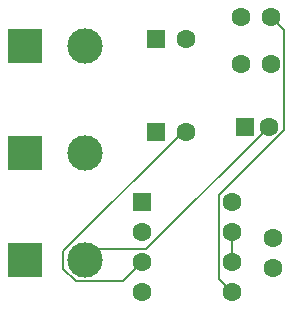
<source format=gbr>
%TF.GenerationSoftware,KiCad,Pcbnew,9.0.2*%
%TF.CreationDate,2025-12-19T01:31:02+05:30*%
%TF.ProjectId,assignment,61737369-676e-46d6-956e-742e6b696361,rev?*%
%TF.SameCoordinates,Original*%
%TF.FileFunction,Copper,L2,Bot*%
%TF.FilePolarity,Positive*%
%FSLAX46Y46*%
G04 Gerber Fmt 4.6, Leading zero omitted, Abs format (unit mm)*
G04 Created by KiCad (PCBNEW 9.0.2) date 2025-12-19 01:31:02*
%MOMM*%
%LPD*%
G01*
G04 APERTURE LIST*
G04 Aperture macros list*
%AMRoundRect*
0 Rectangle with rounded corners*
0 $1 Rounding radius*
0 $2 $3 $4 $5 $6 $7 $8 $9 X,Y pos of 4 corners*
0 Add a 4 corners polygon primitive as box body*
4,1,4,$2,$3,$4,$5,$6,$7,$8,$9,$2,$3,0*
0 Add four circle primitives for the rounded corners*
1,1,$1+$1,$2,$3*
1,1,$1+$1,$4,$5*
1,1,$1+$1,$6,$7*
1,1,$1+$1,$8,$9*
0 Add four rect primitives between the rounded corners*
20,1,$1+$1,$2,$3,$4,$5,0*
20,1,$1+$1,$4,$5,$6,$7,0*
20,1,$1+$1,$6,$7,$8,$9,0*
20,1,$1+$1,$8,$9,$2,$3,0*%
G04 Aperture macros list end*
%TA.AperFunction,ComponentPad*%
%ADD10RoundRect,0.250000X-0.550000X-0.550000X0.550000X-0.550000X0.550000X0.550000X-0.550000X0.550000X0*%
%TD*%
%TA.AperFunction,ComponentPad*%
%ADD11C,1.600000*%
%TD*%
%TA.AperFunction,ComponentPad*%
%ADD12R,3.000000X3.000000*%
%TD*%
%TA.AperFunction,ComponentPad*%
%ADD13C,3.000000*%
%TD*%
%TA.AperFunction,Conductor*%
%ADD14C,0.200000*%
%TD*%
G04 APERTURE END LIST*
D10*
%TO.P,C3,1*%
%TO.N,Net-(U1-Q)*%
X139139775Y-79010000D03*
D11*
%TO.P,C3,2*%
%TO.N,Net-(J3-Pin_2)*%
X141139775Y-79010000D03*
%TD*%
D12*
%TO.P,J2,1,Pin_1*%
%TO.N,Net-(J2-Pin_1)*%
X120480000Y-81210000D03*
D13*
%TO.P,J2,2,Pin_2*%
%TO.N,Net-(J2-Pin_2)*%
X125560000Y-81210000D03*
%TD*%
D10*
%TO.P,U1,1,GND*%
%TO.N,Net-(J2-Pin_2)*%
X130380000Y-85380000D03*
D11*
%TO.P,U1,2,TR*%
%TO.N,Net-(U1-DIS)*%
X130380000Y-87920000D03*
%TO.P,U1,3,Q*%
%TO.N,Net-(U1-Q)*%
X130380000Y-90460000D03*
%TO.P,U1,4,R*%
%TO.N,Net-(U1-R)*%
X130380000Y-93000000D03*
%TO.P,U1,5,CV*%
%TO.N,Net-(U1-CV)*%
X138000000Y-93000000D03*
%TO.P,U1,6,THR*%
%TO.N,Net-(U1-DIS)*%
X138000000Y-90460000D03*
%TO.P,U1,7,DIS*%
X138000000Y-87920000D03*
%TO.P,U1,8,VCC*%
%TO.N,unconnected-(U1-VCC-Pad8)*%
X138000000Y-85380000D03*
%TD*%
%TO.P,C1,1*%
%TO.N,Net-(U1-R)*%
X138800000Y-69660000D03*
%TO.P,C1,2*%
%TO.N,Net-(U1-CV)*%
X141300000Y-69660000D03*
%TD*%
%TO.P,R1,1*%
%TO.N,Net-(J2-Pin_1)*%
X141500000Y-88455000D03*
%TO.P,R1,2*%
%TO.N,Net-(U1-DIS)*%
X141500000Y-90995000D03*
%TD*%
D10*
%TO.P,C4,1*%
%TO.N,Net-(J1-Pin_1)*%
X131605241Y-71560000D03*
D11*
%TO.P,C4,2*%
%TO.N,Net-(U1-CV)*%
X134105241Y-71560000D03*
%TD*%
D10*
%TO.P,C5,1*%
%TO.N,Net-(J3-Pin_1)*%
X131605241Y-79410000D03*
D11*
%TO.P,C5,2*%
%TO.N,Net-(U1-Q)*%
X134105241Y-79410000D03*
%TD*%
%TO.P,C2,1*%
%TO.N,Net-(J1-Pin_2)*%
X138800000Y-73710000D03*
%TO.P,C2,2*%
%TO.N,Net-(U1-DIS)*%
X141300000Y-73710000D03*
%TD*%
D12*
%TO.P,J1,1,Pin_1*%
%TO.N,Net-(J1-Pin_1)*%
X120480000Y-72160000D03*
D13*
%TO.P,J1,2,Pin_2*%
%TO.N,Net-(J1-Pin_2)*%
X125560000Y-72160000D03*
%TD*%
D12*
%TO.P,J3,1,Pin_1*%
%TO.N,Net-(J3-Pin_1)*%
X120480000Y-90260000D03*
D13*
%TO.P,J3,2,Pin_2*%
%TO.N,Net-(J3-Pin_2)*%
X125560000Y-90260000D03*
%TD*%
D14*
%TO.N,Net-(U1-CV)*%
X138000000Y-93000000D02*
X136899000Y-91899000D01*
X142401000Y-79305825D02*
X142401000Y-70761000D01*
X136899000Y-91899000D02*
X136899000Y-84807825D01*
X136899000Y-84807825D02*
X142401000Y-79305825D01*
X142401000Y-70761000D02*
X141300000Y-69660000D01*
%TO.N,Net-(U1-DIS)*%
X138000000Y-90460000D02*
X138000000Y-87920000D01*
%TO.N,Net-(J3-Pin_2)*%
X130790775Y-89359000D02*
X141139775Y-79010000D01*
X125560000Y-90260000D02*
X126461000Y-89359000D01*
X126461000Y-89359000D02*
X130790775Y-89359000D01*
%TO.N,Net-(U1-Q)*%
X133863001Y-79410000D02*
X123759000Y-89514001D01*
X123759000Y-91005999D02*
X124814001Y-92061000D01*
X123759000Y-89514001D02*
X123759000Y-91005999D01*
X128779000Y-92061000D02*
X130380000Y-90460000D01*
X134105241Y-79410000D02*
X133863001Y-79410000D01*
X124814001Y-92061000D02*
X128779000Y-92061000D01*
%TD*%
M02*

</source>
